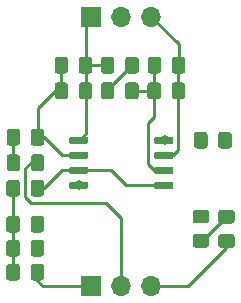
<source format=gbr>
G04 #@! TF.GenerationSoftware,KiCad,Pcbnew,(5.1.5)-3*
G04 #@! TF.CreationDate,2019-12-30T09:48:32+04:00*
G04 #@! TF.ProjectId,ad8066_filter,61643830-3636-45f6-9669-6c7465722e6b,rev?*
G04 #@! TF.SameCoordinates,Original*
G04 #@! TF.FileFunction,Copper,L1,Top*
G04 #@! TF.FilePolarity,Positive*
%FSLAX46Y46*%
G04 Gerber Fmt 4.6, Leading zero omitted, Abs format (unit mm)*
G04 Created by KiCad (PCBNEW (5.1.5)-3) date 2019-12-30 09:48:32*
%MOMM*%
%LPD*%
G04 APERTURE LIST*
%ADD10C,0.100000*%
%ADD11O,1.700000X1.700000*%
%ADD12R,1.700000X1.700000*%
%ADD13C,0.800000*%
%ADD14C,0.254000*%
G04 APERTURE END LIST*
G04 #@! TA.AperFunction,SMDPad,CuDef*
D10*
G36*
X172305505Y-93896204D02*
G01*
X172329773Y-93899804D01*
X172353572Y-93905765D01*
X172376671Y-93914030D01*
X172398850Y-93924520D01*
X172419893Y-93937132D01*
X172439599Y-93951747D01*
X172457777Y-93968223D01*
X172474253Y-93986401D01*
X172488868Y-94006107D01*
X172501480Y-94027150D01*
X172511970Y-94049329D01*
X172520235Y-94072428D01*
X172526196Y-94096227D01*
X172529796Y-94120495D01*
X172531000Y-94144999D01*
X172531000Y-94795001D01*
X172529796Y-94819505D01*
X172526196Y-94843773D01*
X172520235Y-94867572D01*
X172511970Y-94890671D01*
X172501480Y-94912850D01*
X172488868Y-94933893D01*
X172474253Y-94953599D01*
X172457777Y-94971777D01*
X172439599Y-94988253D01*
X172419893Y-95002868D01*
X172398850Y-95015480D01*
X172376671Y-95025970D01*
X172353572Y-95034235D01*
X172329773Y-95040196D01*
X172305505Y-95043796D01*
X172281001Y-95045000D01*
X171380999Y-95045000D01*
X171356495Y-95043796D01*
X171332227Y-95040196D01*
X171308428Y-95034235D01*
X171285329Y-95025970D01*
X171263150Y-95015480D01*
X171242107Y-95002868D01*
X171222401Y-94988253D01*
X171204223Y-94971777D01*
X171187747Y-94953599D01*
X171173132Y-94933893D01*
X171160520Y-94912850D01*
X171150030Y-94890671D01*
X171141765Y-94867572D01*
X171135804Y-94843773D01*
X171132204Y-94819505D01*
X171131000Y-94795001D01*
X171131000Y-94144999D01*
X171132204Y-94120495D01*
X171135804Y-94096227D01*
X171141765Y-94072428D01*
X171150030Y-94049329D01*
X171160520Y-94027150D01*
X171173132Y-94006107D01*
X171187747Y-93986401D01*
X171204223Y-93968223D01*
X171222401Y-93951747D01*
X171242107Y-93937132D01*
X171263150Y-93924520D01*
X171285329Y-93914030D01*
X171308428Y-93905765D01*
X171332227Y-93899804D01*
X171356495Y-93896204D01*
X171380999Y-93895000D01*
X172281001Y-93895000D01*
X172305505Y-93896204D01*
G37*
G04 #@! TD.AperFunction*
G04 #@! TA.AperFunction,SMDPad,CuDef*
G36*
X172305505Y-95946204D02*
G01*
X172329773Y-95949804D01*
X172353572Y-95955765D01*
X172376671Y-95964030D01*
X172398850Y-95974520D01*
X172419893Y-95987132D01*
X172439599Y-96001747D01*
X172457777Y-96018223D01*
X172474253Y-96036401D01*
X172488868Y-96056107D01*
X172501480Y-96077150D01*
X172511970Y-96099329D01*
X172520235Y-96122428D01*
X172526196Y-96146227D01*
X172529796Y-96170495D01*
X172531000Y-96194999D01*
X172531000Y-96845001D01*
X172529796Y-96869505D01*
X172526196Y-96893773D01*
X172520235Y-96917572D01*
X172511970Y-96940671D01*
X172501480Y-96962850D01*
X172488868Y-96983893D01*
X172474253Y-97003599D01*
X172457777Y-97021777D01*
X172439599Y-97038253D01*
X172419893Y-97052868D01*
X172398850Y-97065480D01*
X172376671Y-97075970D01*
X172353572Y-97084235D01*
X172329773Y-97090196D01*
X172305505Y-97093796D01*
X172281001Y-97095000D01*
X171380999Y-97095000D01*
X171356495Y-97093796D01*
X171332227Y-97090196D01*
X171308428Y-97084235D01*
X171285329Y-97075970D01*
X171263150Y-97065480D01*
X171242107Y-97052868D01*
X171222401Y-97038253D01*
X171204223Y-97021777D01*
X171187747Y-97003599D01*
X171173132Y-96983893D01*
X171160520Y-96962850D01*
X171150030Y-96940671D01*
X171141765Y-96917572D01*
X171135804Y-96893773D01*
X171132204Y-96869505D01*
X171131000Y-96845001D01*
X171131000Y-96194999D01*
X171132204Y-96170495D01*
X171135804Y-96146227D01*
X171141765Y-96122428D01*
X171150030Y-96099329D01*
X171160520Y-96077150D01*
X171173132Y-96056107D01*
X171187747Y-96036401D01*
X171204223Y-96018223D01*
X171222401Y-96001747D01*
X171242107Y-95987132D01*
X171263150Y-95974520D01*
X171285329Y-95964030D01*
X171308428Y-95955765D01*
X171332227Y-95949804D01*
X171356495Y-95946204D01*
X171380999Y-95945000D01*
X172281001Y-95945000D01*
X172305505Y-95946204D01*
G37*
G04 #@! TD.AperFunction*
G04 #@! TA.AperFunction,SMDPad,CuDef*
G36*
X174464505Y-93914204D02*
G01*
X174488773Y-93917804D01*
X174512572Y-93923765D01*
X174535671Y-93932030D01*
X174557850Y-93942520D01*
X174578893Y-93955132D01*
X174598599Y-93969747D01*
X174616777Y-93986223D01*
X174633253Y-94004401D01*
X174647868Y-94024107D01*
X174660480Y-94045150D01*
X174670970Y-94067329D01*
X174679235Y-94090428D01*
X174685196Y-94114227D01*
X174688796Y-94138495D01*
X174690000Y-94162999D01*
X174690000Y-94813001D01*
X174688796Y-94837505D01*
X174685196Y-94861773D01*
X174679235Y-94885572D01*
X174670970Y-94908671D01*
X174660480Y-94930850D01*
X174647868Y-94951893D01*
X174633253Y-94971599D01*
X174616777Y-94989777D01*
X174598599Y-95006253D01*
X174578893Y-95020868D01*
X174557850Y-95033480D01*
X174535671Y-95043970D01*
X174512572Y-95052235D01*
X174488773Y-95058196D01*
X174464505Y-95061796D01*
X174440001Y-95063000D01*
X173539999Y-95063000D01*
X173515495Y-95061796D01*
X173491227Y-95058196D01*
X173467428Y-95052235D01*
X173444329Y-95043970D01*
X173422150Y-95033480D01*
X173401107Y-95020868D01*
X173381401Y-95006253D01*
X173363223Y-94989777D01*
X173346747Y-94971599D01*
X173332132Y-94951893D01*
X173319520Y-94930850D01*
X173309030Y-94908671D01*
X173300765Y-94885572D01*
X173294804Y-94861773D01*
X173291204Y-94837505D01*
X173290000Y-94813001D01*
X173290000Y-94162999D01*
X173291204Y-94138495D01*
X173294804Y-94114227D01*
X173300765Y-94090428D01*
X173309030Y-94067329D01*
X173319520Y-94045150D01*
X173332132Y-94024107D01*
X173346747Y-94004401D01*
X173363223Y-93986223D01*
X173381401Y-93969747D01*
X173401107Y-93955132D01*
X173422150Y-93942520D01*
X173444329Y-93932030D01*
X173467428Y-93923765D01*
X173491227Y-93917804D01*
X173515495Y-93914204D01*
X173539999Y-93913000D01*
X174440001Y-93913000D01*
X174464505Y-93914204D01*
G37*
G04 #@! TD.AperFunction*
G04 #@! TA.AperFunction,SMDPad,CuDef*
G36*
X174464505Y-95964204D02*
G01*
X174488773Y-95967804D01*
X174512572Y-95973765D01*
X174535671Y-95982030D01*
X174557850Y-95992520D01*
X174578893Y-96005132D01*
X174598599Y-96019747D01*
X174616777Y-96036223D01*
X174633253Y-96054401D01*
X174647868Y-96074107D01*
X174660480Y-96095150D01*
X174670970Y-96117329D01*
X174679235Y-96140428D01*
X174685196Y-96164227D01*
X174688796Y-96188495D01*
X174690000Y-96212999D01*
X174690000Y-96863001D01*
X174688796Y-96887505D01*
X174685196Y-96911773D01*
X174679235Y-96935572D01*
X174670970Y-96958671D01*
X174660480Y-96980850D01*
X174647868Y-97001893D01*
X174633253Y-97021599D01*
X174616777Y-97039777D01*
X174598599Y-97056253D01*
X174578893Y-97070868D01*
X174557850Y-97083480D01*
X174535671Y-97093970D01*
X174512572Y-97102235D01*
X174488773Y-97108196D01*
X174464505Y-97111796D01*
X174440001Y-97113000D01*
X173539999Y-97113000D01*
X173515495Y-97111796D01*
X173491227Y-97108196D01*
X173467428Y-97102235D01*
X173444329Y-97093970D01*
X173422150Y-97083480D01*
X173401107Y-97070868D01*
X173381401Y-97056253D01*
X173363223Y-97039777D01*
X173346747Y-97021599D01*
X173332132Y-97001893D01*
X173319520Y-96980850D01*
X173309030Y-96958671D01*
X173300765Y-96935572D01*
X173294804Y-96911773D01*
X173291204Y-96887505D01*
X173290000Y-96863001D01*
X173290000Y-96212999D01*
X173291204Y-96188495D01*
X173294804Y-96164227D01*
X173300765Y-96140428D01*
X173309030Y-96117329D01*
X173319520Y-96095150D01*
X173332132Y-96074107D01*
X173346747Y-96054401D01*
X173363223Y-96036223D01*
X173381401Y-96019747D01*
X173401107Y-96005132D01*
X173422150Y-95992520D01*
X173444329Y-95982030D01*
X173467428Y-95973765D01*
X173491227Y-95967804D01*
X173515495Y-95964204D01*
X173539999Y-95963000D01*
X174440001Y-95963000D01*
X174464505Y-95964204D01*
G37*
G04 #@! TD.AperFunction*
G04 #@! TA.AperFunction,SMDPad,CuDef*
G36*
X168243505Y-80962204D02*
G01*
X168267773Y-80965804D01*
X168291572Y-80971765D01*
X168314671Y-80980030D01*
X168336850Y-80990520D01*
X168357893Y-81003132D01*
X168377599Y-81017747D01*
X168395777Y-81034223D01*
X168412253Y-81052401D01*
X168426868Y-81072107D01*
X168439480Y-81093150D01*
X168449970Y-81115329D01*
X168458235Y-81138428D01*
X168464196Y-81162227D01*
X168467796Y-81186495D01*
X168469000Y-81210999D01*
X168469000Y-82111001D01*
X168467796Y-82135505D01*
X168464196Y-82159773D01*
X168458235Y-82183572D01*
X168449970Y-82206671D01*
X168439480Y-82228850D01*
X168426868Y-82249893D01*
X168412253Y-82269599D01*
X168395777Y-82287777D01*
X168377599Y-82304253D01*
X168357893Y-82318868D01*
X168336850Y-82331480D01*
X168314671Y-82341970D01*
X168291572Y-82350235D01*
X168267773Y-82356196D01*
X168243505Y-82359796D01*
X168219001Y-82361000D01*
X167568999Y-82361000D01*
X167544495Y-82359796D01*
X167520227Y-82356196D01*
X167496428Y-82350235D01*
X167473329Y-82341970D01*
X167451150Y-82331480D01*
X167430107Y-82318868D01*
X167410401Y-82304253D01*
X167392223Y-82287777D01*
X167375747Y-82269599D01*
X167361132Y-82249893D01*
X167348520Y-82228850D01*
X167338030Y-82206671D01*
X167329765Y-82183572D01*
X167323804Y-82159773D01*
X167320204Y-82135505D01*
X167319000Y-82111001D01*
X167319000Y-81210999D01*
X167320204Y-81186495D01*
X167323804Y-81162227D01*
X167329765Y-81138428D01*
X167338030Y-81115329D01*
X167348520Y-81093150D01*
X167361132Y-81072107D01*
X167375747Y-81052401D01*
X167392223Y-81034223D01*
X167410401Y-81017747D01*
X167430107Y-81003132D01*
X167451150Y-80990520D01*
X167473329Y-80980030D01*
X167496428Y-80971765D01*
X167520227Y-80965804D01*
X167544495Y-80962204D01*
X167568999Y-80961000D01*
X168219001Y-80961000D01*
X168243505Y-80962204D01*
G37*
G04 #@! TD.AperFunction*
G04 #@! TA.AperFunction,SMDPad,CuDef*
G36*
X170293505Y-80962204D02*
G01*
X170317773Y-80965804D01*
X170341572Y-80971765D01*
X170364671Y-80980030D01*
X170386850Y-80990520D01*
X170407893Y-81003132D01*
X170427599Y-81017747D01*
X170445777Y-81034223D01*
X170462253Y-81052401D01*
X170476868Y-81072107D01*
X170489480Y-81093150D01*
X170499970Y-81115329D01*
X170508235Y-81138428D01*
X170514196Y-81162227D01*
X170517796Y-81186495D01*
X170519000Y-81210999D01*
X170519000Y-82111001D01*
X170517796Y-82135505D01*
X170514196Y-82159773D01*
X170508235Y-82183572D01*
X170499970Y-82206671D01*
X170489480Y-82228850D01*
X170476868Y-82249893D01*
X170462253Y-82269599D01*
X170445777Y-82287777D01*
X170427599Y-82304253D01*
X170407893Y-82318868D01*
X170386850Y-82331480D01*
X170364671Y-82341970D01*
X170341572Y-82350235D01*
X170317773Y-82356196D01*
X170293505Y-82359796D01*
X170269001Y-82361000D01*
X169618999Y-82361000D01*
X169594495Y-82359796D01*
X169570227Y-82356196D01*
X169546428Y-82350235D01*
X169523329Y-82341970D01*
X169501150Y-82331480D01*
X169480107Y-82318868D01*
X169460401Y-82304253D01*
X169442223Y-82287777D01*
X169425747Y-82269599D01*
X169411132Y-82249893D01*
X169398520Y-82228850D01*
X169388030Y-82206671D01*
X169379765Y-82183572D01*
X169373804Y-82159773D01*
X169370204Y-82135505D01*
X169369000Y-82111001D01*
X169369000Y-81210999D01*
X169370204Y-81186495D01*
X169373804Y-81162227D01*
X169379765Y-81138428D01*
X169388030Y-81115329D01*
X169398520Y-81093150D01*
X169411132Y-81072107D01*
X169425747Y-81052401D01*
X169442223Y-81034223D01*
X169460401Y-81017747D01*
X169480107Y-81003132D01*
X169501150Y-80990520D01*
X169523329Y-80980030D01*
X169546428Y-80971765D01*
X169570227Y-80965804D01*
X169594495Y-80962204D01*
X169618999Y-80961000D01*
X170269001Y-80961000D01*
X170293505Y-80962204D01*
G37*
G04 #@! TD.AperFunction*
G04 #@! TA.AperFunction,SMDPad,CuDef*
G36*
X168225505Y-83121204D02*
G01*
X168249773Y-83124804D01*
X168273572Y-83130765D01*
X168296671Y-83139030D01*
X168318850Y-83149520D01*
X168339893Y-83162132D01*
X168359599Y-83176747D01*
X168377777Y-83193223D01*
X168394253Y-83211401D01*
X168408868Y-83231107D01*
X168421480Y-83252150D01*
X168431970Y-83274329D01*
X168440235Y-83297428D01*
X168446196Y-83321227D01*
X168449796Y-83345495D01*
X168451000Y-83369999D01*
X168451000Y-84270001D01*
X168449796Y-84294505D01*
X168446196Y-84318773D01*
X168440235Y-84342572D01*
X168431970Y-84365671D01*
X168421480Y-84387850D01*
X168408868Y-84408893D01*
X168394253Y-84428599D01*
X168377777Y-84446777D01*
X168359599Y-84463253D01*
X168339893Y-84477868D01*
X168318850Y-84490480D01*
X168296671Y-84500970D01*
X168273572Y-84509235D01*
X168249773Y-84515196D01*
X168225505Y-84518796D01*
X168201001Y-84520000D01*
X167550999Y-84520000D01*
X167526495Y-84518796D01*
X167502227Y-84515196D01*
X167478428Y-84509235D01*
X167455329Y-84500970D01*
X167433150Y-84490480D01*
X167412107Y-84477868D01*
X167392401Y-84463253D01*
X167374223Y-84446777D01*
X167357747Y-84428599D01*
X167343132Y-84408893D01*
X167330520Y-84387850D01*
X167320030Y-84365671D01*
X167311765Y-84342572D01*
X167305804Y-84318773D01*
X167302204Y-84294505D01*
X167301000Y-84270001D01*
X167301000Y-83369999D01*
X167302204Y-83345495D01*
X167305804Y-83321227D01*
X167311765Y-83297428D01*
X167320030Y-83274329D01*
X167330520Y-83252150D01*
X167343132Y-83231107D01*
X167357747Y-83211401D01*
X167374223Y-83193223D01*
X167392401Y-83176747D01*
X167412107Y-83162132D01*
X167433150Y-83149520D01*
X167455329Y-83139030D01*
X167478428Y-83130765D01*
X167502227Y-83124804D01*
X167526495Y-83121204D01*
X167550999Y-83120000D01*
X168201001Y-83120000D01*
X168225505Y-83121204D01*
G37*
G04 #@! TD.AperFunction*
G04 #@! TA.AperFunction,SMDPad,CuDef*
G36*
X170275505Y-83121204D02*
G01*
X170299773Y-83124804D01*
X170323572Y-83130765D01*
X170346671Y-83139030D01*
X170368850Y-83149520D01*
X170389893Y-83162132D01*
X170409599Y-83176747D01*
X170427777Y-83193223D01*
X170444253Y-83211401D01*
X170458868Y-83231107D01*
X170471480Y-83252150D01*
X170481970Y-83274329D01*
X170490235Y-83297428D01*
X170496196Y-83321227D01*
X170499796Y-83345495D01*
X170501000Y-83369999D01*
X170501000Y-84270001D01*
X170499796Y-84294505D01*
X170496196Y-84318773D01*
X170490235Y-84342572D01*
X170481970Y-84365671D01*
X170471480Y-84387850D01*
X170458868Y-84408893D01*
X170444253Y-84428599D01*
X170427777Y-84446777D01*
X170409599Y-84463253D01*
X170389893Y-84477868D01*
X170368850Y-84490480D01*
X170346671Y-84500970D01*
X170323572Y-84509235D01*
X170299773Y-84515196D01*
X170275505Y-84518796D01*
X170251001Y-84520000D01*
X169600999Y-84520000D01*
X169576495Y-84518796D01*
X169552227Y-84515196D01*
X169528428Y-84509235D01*
X169505329Y-84500970D01*
X169483150Y-84490480D01*
X169462107Y-84477868D01*
X169442401Y-84463253D01*
X169424223Y-84446777D01*
X169407747Y-84428599D01*
X169393132Y-84408893D01*
X169380520Y-84387850D01*
X169370030Y-84365671D01*
X169361765Y-84342572D01*
X169355804Y-84318773D01*
X169352204Y-84294505D01*
X169351000Y-84270001D01*
X169351000Y-83369999D01*
X169352204Y-83345495D01*
X169355804Y-83321227D01*
X169361765Y-83297428D01*
X169370030Y-83274329D01*
X169380520Y-83252150D01*
X169393132Y-83231107D01*
X169407747Y-83211401D01*
X169424223Y-83193223D01*
X169442401Y-83176747D01*
X169462107Y-83162132D01*
X169483150Y-83149520D01*
X169505329Y-83139030D01*
X169528428Y-83130765D01*
X169552227Y-83124804D01*
X169576495Y-83121204D01*
X169600999Y-83120000D01*
X170251001Y-83120000D01*
X170275505Y-83121204D01*
G37*
G04 #@! TD.AperFunction*
G04 #@! TA.AperFunction,SMDPad,CuDef*
G36*
X174221505Y-87312204D02*
G01*
X174245773Y-87315804D01*
X174269572Y-87321765D01*
X174292671Y-87330030D01*
X174314850Y-87340520D01*
X174335893Y-87353132D01*
X174355599Y-87367747D01*
X174373777Y-87384223D01*
X174390253Y-87402401D01*
X174404868Y-87422107D01*
X174417480Y-87443150D01*
X174427970Y-87465329D01*
X174436235Y-87488428D01*
X174442196Y-87512227D01*
X174445796Y-87536495D01*
X174447000Y-87560999D01*
X174447000Y-88461001D01*
X174445796Y-88485505D01*
X174442196Y-88509773D01*
X174436235Y-88533572D01*
X174427970Y-88556671D01*
X174417480Y-88578850D01*
X174404868Y-88599893D01*
X174390253Y-88619599D01*
X174373777Y-88637777D01*
X174355599Y-88654253D01*
X174335893Y-88668868D01*
X174314850Y-88681480D01*
X174292671Y-88691970D01*
X174269572Y-88700235D01*
X174245773Y-88706196D01*
X174221505Y-88709796D01*
X174197001Y-88711000D01*
X173546999Y-88711000D01*
X173522495Y-88709796D01*
X173498227Y-88706196D01*
X173474428Y-88700235D01*
X173451329Y-88691970D01*
X173429150Y-88681480D01*
X173408107Y-88668868D01*
X173388401Y-88654253D01*
X173370223Y-88637777D01*
X173353747Y-88619599D01*
X173339132Y-88599893D01*
X173326520Y-88578850D01*
X173316030Y-88556671D01*
X173307765Y-88533572D01*
X173301804Y-88509773D01*
X173298204Y-88485505D01*
X173297000Y-88461001D01*
X173297000Y-87560999D01*
X173298204Y-87536495D01*
X173301804Y-87512227D01*
X173307765Y-87488428D01*
X173316030Y-87465329D01*
X173326520Y-87443150D01*
X173339132Y-87422107D01*
X173353747Y-87402401D01*
X173370223Y-87384223D01*
X173388401Y-87367747D01*
X173408107Y-87353132D01*
X173429150Y-87340520D01*
X173451329Y-87330030D01*
X173474428Y-87321765D01*
X173498227Y-87315804D01*
X173522495Y-87312204D01*
X173546999Y-87311000D01*
X174197001Y-87311000D01*
X174221505Y-87312204D01*
G37*
G04 #@! TD.AperFunction*
G04 #@! TA.AperFunction,SMDPad,CuDef*
G36*
X172171505Y-87312204D02*
G01*
X172195773Y-87315804D01*
X172219572Y-87321765D01*
X172242671Y-87330030D01*
X172264850Y-87340520D01*
X172285893Y-87353132D01*
X172305599Y-87367747D01*
X172323777Y-87384223D01*
X172340253Y-87402401D01*
X172354868Y-87422107D01*
X172367480Y-87443150D01*
X172377970Y-87465329D01*
X172386235Y-87488428D01*
X172392196Y-87512227D01*
X172395796Y-87536495D01*
X172397000Y-87560999D01*
X172397000Y-88461001D01*
X172395796Y-88485505D01*
X172392196Y-88509773D01*
X172386235Y-88533572D01*
X172377970Y-88556671D01*
X172367480Y-88578850D01*
X172354868Y-88599893D01*
X172340253Y-88619599D01*
X172323777Y-88637777D01*
X172305599Y-88654253D01*
X172285893Y-88668868D01*
X172264850Y-88681480D01*
X172242671Y-88691970D01*
X172219572Y-88700235D01*
X172195773Y-88706196D01*
X172171505Y-88709796D01*
X172147001Y-88711000D01*
X171496999Y-88711000D01*
X171472495Y-88709796D01*
X171448227Y-88706196D01*
X171424428Y-88700235D01*
X171401329Y-88691970D01*
X171379150Y-88681480D01*
X171358107Y-88668868D01*
X171338401Y-88654253D01*
X171320223Y-88637777D01*
X171303747Y-88619599D01*
X171289132Y-88599893D01*
X171276520Y-88578850D01*
X171266030Y-88556671D01*
X171257765Y-88533572D01*
X171251804Y-88509773D01*
X171248204Y-88485505D01*
X171247000Y-88461001D01*
X171247000Y-87560999D01*
X171248204Y-87536495D01*
X171251804Y-87512227D01*
X171257765Y-87488428D01*
X171266030Y-87465329D01*
X171276520Y-87443150D01*
X171289132Y-87422107D01*
X171303747Y-87402401D01*
X171320223Y-87384223D01*
X171338401Y-87367747D01*
X171358107Y-87353132D01*
X171379150Y-87340520D01*
X171401329Y-87330030D01*
X171424428Y-87321765D01*
X171448227Y-87315804D01*
X171472495Y-87312204D01*
X171496999Y-87311000D01*
X172147001Y-87311000D01*
X172171505Y-87312204D01*
G37*
G04 #@! TD.AperFunction*
G04 #@! TA.AperFunction,SMDPad,CuDef*
G36*
X169364703Y-87711722D02*
G01*
X169379264Y-87713882D01*
X169393543Y-87717459D01*
X169407403Y-87722418D01*
X169420710Y-87728712D01*
X169433336Y-87736280D01*
X169445159Y-87745048D01*
X169456066Y-87754934D01*
X169465952Y-87765841D01*
X169474720Y-87777664D01*
X169482288Y-87790290D01*
X169488582Y-87803597D01*
X169493541Y-87817457D01*
X169497118Y-87831736D01*
X169499278Y-87846297D01*
X169500000Y-87861000D01*
X169500000Y-88161000D01*
X169499278Y-88175703D01*
X169497118Y-88190264D01*
X169493541Y-88204543D01*
X169488582Y-88218403D01*
X169482288Y-88231710D01*
X169474720Y-88244336D01*
X169465952Y-88256159D01*
X169456066Y-88267066D01*
X169445159Y-88276952D01*
X169433336Y-88285720D01*
X169420710Y-88293288D01*
X169407403Y-88299582D01*
X169393543Y-88304541D01*
X169379264Y-88308118D01*
X169364703Y-88310278D01*
X169350000Y-88311000D01*
X168050000Y-88311000D01*
X168035297Y-88310278D01*
X168020736Y-88308118D01*
X168006457Y-88304541D01*
X167992597Y-88299582D01*
X167979290Y-88293288D01*
X167966664Y-88285720D01*
X167954841Y-88276952D01*
X167943934Y-88267066D01*
X167934048Y-88256159D01*
X167925280Y-88244336D01*
X167917712Y-88231710D01*
X167911418Y-88218403D01*
X167906459Y-88204543D01*
X167902882Y-88190264D01*
X167900722Y-88175703D01*
X167900000Y-88161000D01*
X167900000Y-87861000D01*
X167900722Y-87846297D01*
X167902882Y-87831736D01*
X167906459Y-87817457D01*
X167911418Y-87803597D01*
X167917712Y-87790290D01*
X167925280Y-87777664D01*
X167934048Y-87765841D01*
X167943934Y-87754934D01*
X167954841Y-87745048D01*
X167966664Y-87736280D01*
X167979290Y-87728712D01*
X167992597Y-87722418D01*
X168006457Y-87717459D01*
X168020736Y-87713882D01*
X168035297Y-87711722D01*
X168050000Y-87711000D01*
X169350000Y-87711000D01*
X169364703Y-87711722D01*
G37*
G04 #@! TD.AperFunction*
G04 #@! TA.AperFunction,SMDPad,CuDef*
G36*
X169364703Y-88981722D02*
G01*
X169379264Y-88983882D01*
X169393543Y-88987459D01*
X169407403Y-88992418D01*
X169420710Y-88998712D01*
X169433336Y-89006280D01*
X169445159Y-89015048D01*
X169456066Y-89024934D01*
X169465952Y-89035841D01*
X169474720Y-89047664D01*
X169482288Y-89060290D01*
X169488582Y-89073597D01*
X169493541Y-89087457D01*
X169497118Y-89101736D01*
X169499278Y-89116297D01*
X169500000Y-89131000D01*
X169500000Y-89431000D01*
X169499278Y-89445703D01*
X169497118Y-89460264D01*
X169493541Y-89474543D01*
X169488582Y-89488403D01*
X169482288Y-89501710D01*
X169474720Y-89514336D01*
X169465952Y-89526159D01*
X169456066Y-89537066D01*
X169445159Y-89546952D01*
X169433336Y-89555720D01*
X169420710Y-89563288D01*
X169407403Y-89569582D01*
X169393543Y-89574541D01*
X169379264Y-89578118D01*
X169364703Y-89580278D01*
X169350000Y-89581000D01*
X168050000Y-89581000D01*
X168035297Y-89580278D01*
X168020736Y-89578118D01*
X168006457Y-89574541D01*
X167992597Y-89569582D01*
X167979290Y-89563288D01*
X167966664Y-89555720D01*
X167954841Y-89546952D01*
X167943934Y-89537066D01*
X167934048Y-89526159D01*
X167925280Y-89514336D01*
X167917712Y-89501710D01*
X167911418Y-89488403D01*
X167906459Y-89474543D01*
X167902882Y-89460264D01*
X167900722Y-89445703D01*
X167900000Y-89431000D01*
X167900000Y-89131000D01*
X167900722Y-89116297D01*
X167902882Y-89101736D01*
X167906459Y-89087457D01*
X167911418Y-89073597D01*
X167917712Y-89060290D01*
X167925280Y-89047664D01*
X167934048Y-89035841D01*
X167943934Y-89024934D01*
X167954841Y-89015048D01*
X167966664Y-89006280D01*
X167979290Y-88998712D01*
X167992597Y-88992418D01*
X168006457Y-88987459D01*
X168020736Y-88983882D01*
X168035297Y-88981722D01*
X168050000Y-88981000D01*
X169350000Y-88981000D01*
X169364703Y-88981722D01*
G37*
G04 #@! TD.AperFunction*
G04 #@! TA.AperFunction,SMDPad,CuDef*
G36*
X169364703Y-90251722D02*
G01*
X169379264Y-90253882D01*
X169393543Y-90257459D01*
X169407403Y-90262418D01*
X169420710Y-90268712D01*
X169433336Y-90276280D01*
X169445159Y-90285048D01*
X169456066Y-90294934D01*
X169465952Y-90305841D01*
X169474720Y-90317664D01*
X169482288Y-90330290D01*
X169488582Y-90343597D01*
X169493541Y-90357457D01*
X169497118Y-90371736D01*
X169499278Y-90386297D01*
X169500000Y-90401000D01*
X169500000Y-90701000D01*
X169499278Y-90715703D01*
X169497118Y-90730264D01*
X169493541Y-90744543D01*
X169488582Y-90758403D01*
X169482288Y-90771710D01*
X169474720Y-90784336D01*
X169465952Y-90796159D01*
X169456066Y-90807066D01*
X169445159Y-90816952D01*
X169433336Y-90825720D01*
X169420710Y-90833288D01*
X169407403Y-90839582D01*
X169393543Y-90844541D01*
X169379264Y-90848118D01*
X169364703Y-90850278D01*
X169350000Y-90851000D01*
X168050000Y-90851000D01*
X168035297Y-90850278D01*
X168020736Y-90848118D01*
X168006457Y-90844541D01*
X167992597Y-90839582D01*
X167979290Y-90833288D01*
X167966664Y-90825720D01*
X167954841Y-90816952D01*
X167943934Y-90807066D01*
X167934048Y-90796159D01*
X167925280Y-90784336D01*
X167917712Y-90771710D01*
X167911418Y-90758403D01*
X167906459Y-90744543D01*
X167902882Y-90730264D01*
X167900722Y-90715703D01*
X167900000Y-90701000D01*
X167900000Y-90401000D01*
X167900722Y-90386297D01*
X167902882Y-90371736D01*
X167906459Y-90357457D01*
X167911418Y-90343597D01*
X167917712Y-90330290D01*
X167925280Y-90317664D01*
X167934048Y-90305841D01*
X167943934Y-90294934D01*
X167954841Y-90285048D01*
X167966664Y-90276280D01*
X167979290Y-90268712D01*
X167992597Y-90262418D01*
X168006457Y-90257459D01*
X168020736Y-90253882D01*
X168035297Y-90251722D01*
X168050000Y-90251000D01*
X169350000Y-90251000D01*
X169364703Y-90251722D01*
G37*
G04 #@! TD.AperFunction*
G04 #@! TA.AperFunction,SMDPad,CuDef*
G36*
X169364703Y-91521722D02*
G01*
X169379264Y-91523882D01*
X169393543Y-91527459D01*
X169407403Y-91532418D01*
X169420710Y-91538712D01*
X169433336Y-91546280D01*
X169445159Y-91555048D01*
X169456066Y-91564934D01*
X169465952Y-91575841D01*
X169474720Y-91587664D01*
X169482288Y-91600290D01*
X169488582Y-91613597D01*
X169493541Y-91627457D01*
X169497118Y-91641736D01*
X169499278Y-91656297D01*
X169500000Y-91671000D01*
X169500000Y-91971000D01*
X169499278Y-91985703D01*
X169497118Y-92000264D01*
X169493541Y-92014543D01*
X169488582Y-92028403D01*
X169482288Y-92041710D01*
X169474720Y-92054336D01*
X169465952Y-92066159D01*
X169456066Y-92077066D01*
X169445159Y-92086952D01*
X169433336Y-92095720D01*
X169420710Y-92103288D01*
X169407403Y-92109582D01*
X169393543Y-92114541D01*
X169379264Y-92118118D01*
X169364703Y-92120278D01*
X169350000Y-92121000D01*
X168050000Y-92121000D01*
X168035297Y-92120278D01*
X168020736Y-92118118D01*
X168006457Y-92114541D01*
X167992597Y-92109582D01*
X167979290Y-92103288D01*
X167966664Y-92095720D01*
X167954841Y-92086952D01*
X167943934Y-92077066D01*
X167934048Y-92066159D01*
X167925280Y-92054336D01*
X167917712Y-92041710D01*
X167911418Y-92028403D01*
X167906459Y-92014543D01*
X167902882Y-92000264D01*
X167900722Y-91985703D01*
X167900000Y-91971000D01*
X167900000Y-91671000D01*
X167900722Y-91656297D01*
X167902882Y-91641736D01*
X167906459Y-91627457D01*
X167911418Y-91613597D01*
X167917712Y-91600290D01*
X167925280Y-91587664D01*
X167934048Y-91575841D01*
X167943934Y-91564934D01*
X167954841Y-91555048D01*
X167966664Y-91546280D01*
X167979290Y-91538712D01*
X167992597Y-91532418D01*
X168006457Y-91527459D01*
X168020736Y-91523882D01*
X168035297Y-91521722D01*
X168050000Y-91521000D01*
X169350000Y-91521000D01*
X169364703Y-91521722D01*
G37*
G04 #@! TD.AperFunction*
G04 #@! TA.AperFunction,SMDPad,CuDef*
G36*
X162164703Y-91521722D02*
G01*
X162179264Y-91523882D01*
X162193543Y-91527459D01*
X162207403Y-91532418D01*
X162220710Y-91538712D01*
X162233336Y-91546280D01*
X162245159Y-91555048D01*
X162256066Y-91564934D01*
X162265952Y-91575841D01*
X162274720Y-91587664D01*
X162282288Y-91600290D01*
X162288582Y-91613597D01*
X162293541Y-91627457D01*
X162297118Y-91641736D01*
X162299278Y-91656297D01*
X162300000Y-91671000D01*
X162300000Y-91971000D01*
X162299278Y-91985703D01*
X162297118Y-92000264D01*
X162293541Y-92014543D01*
X162288582Y-92028403D01*
X162282288Y-92041710D01*
X162274720Y-92054336D01*
X162265952Y-92066159D01*
X162256066Y-92077066D01*
X162245159Y-92086952D01*
X162233336Y-92095720D01*
X162220710Y-92103288D01*
X162207403Y-92109582D01*
X162193543Y-92114541D01*
X162179264Y-92118118D01*
X162164703Y-92120278D01*
X162150000Y-92121000D01*
X160850000Y-92121000D01*
X160835297Y-92120278D01*
X160820736Y-92118118D01*
X160806457Y-92114541D01*
X160792597Y-92109582D01*
X160779290Y-92103288D01*
X160766664Y-92095720D01*
X160754841Y-92086952D01*
X160743934Y-92077066D01*
X160734048Y-92066159D01*
X160725280Y-92054336D01*
X160717712Y-92041710D01*
X160711418Y-92028403D01*
X160706459Y-92014543D01*
X160702882Y-92000264D01*
X160700722Y-91985703D01*
X160700000Y-91971000D01*
X160700000Y-91671000D01*
X160700722Y-91656297D01*
X160702882Y-91641736D01*
X160706459Y-91627457D01*
X160711418Y-91613597D01*
X160717712Y-91600290D01*
X160725280Y-91587664D01*
X160734048Y-91575841D01*
X160743934Y-91564934D01*
X160754841Y-91555048D01*
X160766664Y-91546280D01*
X160779290Y-91538712D01*
X160792597Y-91532418D01*
X160806457Y-91527459D01*
X160820736Y-91523882D01*
X160835297Y-91521722D01*
X160850000Y-91521000D01*
X162150000Y-91521000D01*
X162164703Y-91521722D01*
G37*
G04 #@! TD.AperFunction*
G04 #@! TA.AperFunction,SMDPad,CuDef*
G36*
X162164703Y-90251722D02*
G01*
X162179264Y-90253882D01*
X162193543Y-90257459D01*
X162207403Y-90262418D01*
X162220710Y-90268712D01*
X162233336Y-90276280D01*
X162245159Y-90285048D01*
X162256066Y-90294934D01*
X162265952Y-90305841D01*
X162274720Y-90317664D01*
X162282288Y-90330290D01*
X162288582Y-90343597D01*
X162293541Y-90357457D01*
X162297118Y-90371736D01*
X162299278Y-90386297D01*
X162300000Y-90401000D01*
X162300000Y-90701000D01*
X162299278Y-90715703D01*
X162297118Y-90730264D01*
X162293541Y-90744543D01*
X162288582Y-90758403D01*
X162282288Y-90771710D01*
X162274720Y-90784336D01*
X162265952Y-90796159D01*
X162256066Y-90807066D01*
X162245159Y-90816952D01*
X162233336Y-90825720D01*
X162220710Y-90833288D01*
X162207403Y-90839582D01*
X162193543Y-90844541D01*
X162179264Y-90848118D01*
X162164703Y-90850278D01*
X162150000Y-90851000D01*
X160850000Y-90851000D01*
X160835297Y-90850278D01*
X160820736Y-90848118D01*
X160806457Y-90844541D01*
X160792597Y-90839582D01*
X160779290Y-90833288D01*
X160766664Y-90825720D01*
X160754841Y-90816952D01*
X160743934Y-90807066D01*
X160734048Y-90796159D01*
X160725280Y-90784336D01*
X160717712Y-90771710D01*
X160711418Y-90758403D01*
X160706459Y-90744543D01*
X160702882Y-90730264D01*
X160700722Y-90715703D01*
X160700000Y-90701000D01*
X160700000Y-90401000D01*
X160700722Y-90386297D01*
X160702882Y-90371736D01*
X160706459Y-90357457D01*
X160711418Y-90343597D01*
X160717712Y-90330290D01*
X160725280Y-90317664D01*
X160734048Y-90305841D01*
X160743934Y-90294934D01*
X160754841Y-90285048D01*
X160766664Y-90276280D01*
X160779290Y-90268712D01*
X160792597Y-90262418D01*
X160806457Y-90257459D01*
X160820736Y-90253882D01*
X160835297Y-90251722D01*
X160850000Y-90251000D01*
X162150000Y-90251000D01*
X162164703Y-90251722D01*
G37*
G04 #@! TD.AperFunction*
G04 #@! TA.AperFunction,SMDPad,CuDef*
G36*
X162164703Y-88981722D02*
G01*
X162179264Y-88983882D01*
X162193543Y-88987459D01*
X162207403Y-88992418D01*
X162220710Y-88998712D01*
X162233336Y-89006280D01*
X162245159Y-89015048D01*
X162256066Y-89024934D01*
X162265952Y-89035841D01*
X162274720Y-89047664D01*
X162282288Y-89060290D01*
X162288582Y-89073597D01*
X162293541Y-89087457D01*
X162297118Y-89101736D01*
X162299278Y-89116297D01*
X162300000Y-89131000D01*
X162300000Y-89431000D01*
X162299278Y-89445703D01*
X162297118Y-89460264D01*
X162293541Y-89474543D01*
X162288582Y-89488403D01*
X162282288Y-89501710D01*
X162274720Y-89514336D01*
X162265952Y-89526159D01*
X162256066Y-89537066D01*
X162245159Y-89546952D01*
X162233336Y-89555720D01*
X162220710Y-89563288D01*
X162207403Y-89569582D01*
X162193543Y-89574541D01*
X162179264Y-89578118D01*
X162164703Y-89580278D01*
X162150000Y-89581000D01*
X160850000Y-89581000D01*
X160835297Y-89580278D01*
X160820736Y-89578118D01*
X160806457Y-89574541D01*
X160792597Y-89569582D01*
X160779290Y-89563288D01*
X160766664Y-89555720D01*
X160754841Y-89546952D01*
X160743934Y-89537066D01*
X160734048Y-89526159D01*
X160725280Y-89514336D01*
X160717712Y-89501710D01*
X160711418Y-89488403D01*
X160706459Y-89474543D01*
X160702882Y-89460264D01*
X160700722Y-89445703D01*
X160700000Y-89431000D01*
X160700000Y-89131000D01*
X160700722Y-89116297D01*
X160702882Y-89101736D01*
X160706459Y-89087457D01*
X160711418Y-89073597D01*
X160717712Y-89060290D01*
X160725280Y-89047664D01*
X160734048Y-89035841D01*
X160743934Y-89024934D01*
X160754841Y-89015048D01*
X160766664Y-89006280D01*
X160779290Y-88998712D01*
X160792597Y-88992418D01*
X160806457Y-88987459D01*
X160820736Y-88983882D01*
X160835297Y-88981722D01*
X160850000Y-88981000D01*
X162150000Y-88981000D01*
X162164703Y-88981722D01*
G37*
G04 #@! TD.AperFunction*
G04 #@! TA.AperFunction,SMDPad,CuDef*
G36*
X162164703Y-87711722D02*
G01*
X162179264Y-87713882D01*
X162193543Y-87717459D01*
X162207403Y-87722418D01*
X162220710Y-87728712D01*
X162233336Y-87736280D01*
X162245159Y-87745048D01*
X162256066Y-87754934D01*
X162265952Y-87765841D01*
X162274720Y-87777664D01*
X162282288Y-87790290D01*
X162288582Y-87803597D01*
X162293541Y-87817457D01*
X162297118Y-87831736D01*
X162299278Y-87846297D01*
X162300000Y-87861000D01*
X162300000Y-88161000D01*
X162299278Y-88175703D01*
X162297118Y-88190264D01*
X162293541Y-88204543D01*
X162288582Y-88218403D01*
X162282288Y-88231710D01*
X162274720Y-88244336D01*
X162265952Y-88256159D01*
X162256066Y-88267066D01*
X162245159Y-88276952D01*
X162233336Y-88285720D01*
X162220710Y-88293288D01*
X162207403Y-88299582D01*
X162193543Y-88304541D01*
X162179264Y-88308118D01*
X162164703Y-88310278D01*
X162150000Y-88311000D01*
X160850000Y-88311000D01*
X160835297Y-88310278D01*
X160820736Y-88308118D01*
X160806457Y-88304541D01*
X160792597Y-88299582D01*
X160779290Y-88293288D01*
X160766664Y-88285720D01*
X160754841Y-88276952D01*
X160743934Y-88267066D01*
X160734048Y-88256159D01*
X160725280Y-88244336D01*
X160717712Y-88231710D01*
X160711418Y-88218403D01*
X160706459Y-88204543D01*
X160702882Y-88190264D01*
X160700722Y-88175703D01*
X160700000Y-88161000D01*
X160700000Y-87861000D01*
X160700722Y-87846297D01*
X160702882Y-87831736D01*
X160706459Y-87817457D01*
X160711418Y-87803597D01*
X160717712Y-87790290D01*
X160725280Y-87777664D01*
X160734048Y-87765841D01*
X160743934Y-87754934D01*
X160754841Y-87745048D01*
X160766664Y-87736280D01*
X160779290Y-87728712D01*
X160792597Y-87722418D01*
X160806457Y-87717459D01*
X160820736Y-87713882D01*
X160835297Y-87711722D01*
X160850000Y-87711000D01*
X162150000Y-87711000D01*
X162164703Y-87711722D01*
G37*
G04 #@! TD.AperFunction*
G04 #@! TA.AperFunction,SMDPad,CuDef*
G36*
X156287505Y-91376204D02*
G01*
X156311773Y-91379804D01*
X156335572Y-91385765D01*
X156358671Y-91394030D01*
X156380850Y-91404520D01*
X156401893Y-91417132D01*
X156421599Y-91431747D01*
X156439777Y-91448223D01*
X156456253Y-91466401D01*
X156470868Y-91486107D01*
X156483480Y-91507150D01*
X156493970Y-91529329D01*
X156502235Y-91552428D01*
X156508196Y-91576227D01*
X156511796Y-91600495D01*
X156513000Y-91624999D01*
X156513000Y-92525001D01*
X156511796Y-92549505D01*
X156508196Y-92573773D01*
X156502235Y-92597572D01*
X156493970Y-92620671D01*
X156483480Y-92642850D01*
X156470868Y-92663893D01*
X156456253Y-92683599D01*
X156439777Y-92701777D01*
X156421599Y-92718253D01*
X156401893Y-92732868D01*
X156380850Y-92745480D01*
X156358671Y-92755970D01*
X156335572Y-92764235D01*
X156311773Y-92770196D01*
X156287505Y-92773796D01*
X156263001Y-92775000D01*
X155612999Y-92775000D01*
X155588495Y-92773796D01*
X155564227Y-92770196D01*
X155540428Y-92764235D01*
X155517329Y-92755970D01*
X155495150Y-92745480D01*
X155474107Y-92732868D01*
X155454401Y-92718253D01*
X155436223Y-92701777D01*
X155419747Y-92683599D01*
X155405132Y-92663893D01*
X155392520Y-92642850D01*
X155382030Y-92620671D01*
X155373765Y-92597572D01*
X155367804Y-92573773D01*
X155364204Y-92549505D01*
X155363000Y-92525001D01*
X155363000Y-91624999D01*
X155364204Y-91600495D01*
X155367804Y-91576227D01*
X155373765Y-91552428D01*
X155382030Y-91529329D01*
X155392520Y-91507150D01*
X155405132Y-91486107D01*
X155419747Y-91466401D01*
X155436223Y-91448223D01*
X155454401Y-91431747D01*
X155474107Y-91417132D01*
X155495150Y-91404520D01*
X155517329Y-91394030D01*
X155540428Y-91385765D01*
X155564227Y-91379804D01*
X155588495Y-91376204D01*
X155612999Y-91375000D01*
X156263001Y-91375000D01*
X156287505Y-91376204D01*
G37*
G04 #@! TD.AperFunction*
G04 #@! TA.AperFunction,SMDPad,CuDef*
G36*
X158337505Y-91376204D02*
G01*
X158361773Y-91379804D01*
X158385572Y-91385765D01*
X158408671Y-91394030D01*
X158430850Y-91404520D01*
X158451893Y-91417132D01*
X158471599Y-91431747D01*
X158489777Y-91448223D01*
X158506253Y-91466401D01*
X158520868Y-91486107D01*
X158533480Y-91507150D01*
X158543970Y-91529329D01*
X158552235Y-91552428D01*
X158558196Y-91576227D01*
X158561796Y-91600495D01*
X158563000Y-91624999D01*
X158563000Y-92525001D01*
X158561796Y-92549505D01*
X158558196Y-92573773D01*
X158552235Y-92597572D01*
X158543970Y-92620671D01*
X158533480Y-92642850D01*
X158520868Y-92663893D01*
X158506253Y-92683599D01*
X158489777Y-92701777D01*
X158471599Y-92718253D01*
X158451893Y-92732868D01*
X158430850Y-92745480D01*
X158408671Y-92755970D01*
X158385572Y-92764235D01*
X158361773Y-92770196D01*
X158337505Y-92773796D01*
X158313001Y-92775000D01*
X157662999Y-92775000D01*
X157638495Y-92773796D01*
X157614227Y-92770196D01*
X157590428Y-92764235D01*
X157567329Y-92755970D01*
X157545150Y-92745480D01*
X157524107Y-92732868D01*
X157504401Y-92718253D01*
X157486223Y-92701777D01*
X157469747Y-92683599D01*
X157455132Y-92663893D01*
X157442520Y-92642850D01*
X157432030Y-92620671D01*
X157423765Y-92597572D01*
X157417804Y-92573773D01*
X157414204Y-92549505D01*
X157413000Y-92525001D01*
X157413000Y-91624999D01*
X157414204Y-91600495D01*
X157417804Y-91576227D01*
X157423765Y-91552428D01*
X157432030Y-91529329D01*
X157442520Y-91507150D01*
X157455132Y-91486107D01*
X157469747Y-91466401D01*
X157486223Y-91448223D01*
X157504401Y-91431747D01*
X157524107Y-91417132D01*
X157545150Y-91404520D01*
X157567329Y-91394030D01*
X157590428Y-91385765D01*
X157614227Y-91379804D01*
X157638495Y-91376204D01*
X157662999Y-91375000D01*
X158313001Y-91375000D01*
X158337505Y-91376204D01*
G37*
G04 #@! TD.AperFunction*
G04 #@! TA.AperFunction,SMDPad,CuDef*
G36*
X158337505Y-96456204D02*
G01*
X158361773Y-96459804D01*
X158385572Y-96465765D01*
X158408671Y-96474030D01*
X158430850Y-96484520D01*
X158451893Y-96497132D01*
X158471599Y-96511747D01*
X158489777Y-96528223D01*
X158506253Y-96546401D01*
X158520868Y-96566107D01*
X158533480Y-96587150D01*
X158543970Y-96609329D01*
X158552235Y-96632428D01*
X158558196Y-96656227D01*
X158561796Y-96680495D01*
X158563000Y-96704999D01*
X158563000Y-97605001D01*
X158561796Y-97629505D01*
X158558196Y-97653773D01*
X158552235Y-97677572D01*
X158543970Y-97700671D01*
X158533480Y-97722850D01*
X158520868Y-97743893D01*
X158506253Y-97763599D01*
X158489777Y-97781777D01*
X158471599Y-97798253D01*
X158451893Y-97812868D01*
X158430850Y-97825480D01*
X158408671Y-97835970D01*
X158385572Y-97844235D01*
X158361773Y-97850196D01*
X158337505Y-97853796D01*
X158313001Y-97855000D01*
X157662999Y-97855000D01*
X157638495Y-97853796D01*
X157614227Y-97850196D01*
X157590428Y-97844235D01*
X157567329Y-97835970D01*
X157545150Y-97825480D01*
X157524107Y-97812868D01*
X157504401Y-97798253D01*
X157486223Y-97781777D01*
X157469747Y-97763599D01*
X157455132Y-97743893D01*
X157442520Y-97722850D01*
X157432030Y-97700671D01*
X157423765Y-97677572D01*
X157417804Y-97653773D01*
X157414204Y-97629505D01*
X157413000Y-97605001D01*
X157413000Y-96704999D01*
X157414204Y-96680495D01*
X157417804Y-96656227D01*
X157423765Y-96632428D01*
X157432030Y-96609329D01*
X157442520Y-96587150D01*
X157455132Y-96566107D01*
X157469747Y-96546401D01*
X157486223Y-96528223D01*
X157504401Y-96511747D01*
X157524107Y-96497132D01*
X157545150Y-96484520D01*
X157567329Y-96474030D01*
X157590428Y-96465765D01*
X157614227Y-96459804D01*
X157638495Y-96456204D01*
X157662999Y-96455000D01*
X158313001Y-96455000D01*
X158337505Y-96456204D01*
G37*
G04 #@! TD.AperFunction*
G04 #@! TA.AperFunction,SMDPad,CuDef*
G36*
X156287505Y-96456204D02*
G01*
X156311773Y-96459804D01*
X156335572Y-96465765D01*
X156358671Y-96474030D01*
X156380850Y-96484520D01*
X156401893Y-96497132D01*
X156421599Y-96511747D01*
X156439777Y-96528223D01*
X156456253Y-96546401D01*
X156470868Y-96566107D01*
X156483480Y-96587150D01*
X156493970Y-96609329D01*
X156502235Y-96632428D01*
X156508196Y-96656227D01*
X156511796Y-96680495D01*
X156513000Y-96704999D01*
X156513000Y-97605001D01*
X156511796Y-97629505D01*
X156508196Y-97653773D01*
X156502235Y-97677572D01*
X156493970Y-97700671D01*
X156483480Y-97722850D01*
X156470868Y-97743893D01*
X156456253Y-97763599D01*
X156439777Y-97781777D01*
X156421599Y-97798253D01*
X156401893Y-97812868D01*
X156380850Y-97825480D01*
X156358671Y-97835970D01*
X156335572Y-97844235D01*
X156311773Y-97850196D01*
X156287505Y-97853796D01*
X156263001Y-97855000D01*
X155612999Y-97855000D01*
X155588495Y-97853796D01*
X155564227Y-97850196D01*
X155540428Y-97844235D01*
X155517329Y-97835970D01*
X155495150Y-97825480D01*
X155474107Y-97812868D01*
X155454401Y-97798253D01*
X155436223Y-97781777D01*
X155419747Y-97763599D01*
X155405132Y-97743893D01*
X155392520Y-97722850D01*
X155382030Y-97700671D01*
X155373765Y-97677572D01*
X155367804Y-97653773D01*
X155364204Y-97629505D01*
X155363000Y-97605001D01*
X155363000Y-96704999D01*
X155364204Y-96680495D01*
X155367804Y-96656227D01*
X155373765Y-96632428D01*
X155382030Y-96609329D01*
X155392520Y-96587150D01*
X155405132Y-96566107D01*
X155419747Y-96546401D01*
X155436223Y-96528223D01*
X155454401Y-96511747D01*
X155474107Y-96497132D01*
X155495150Y-96484520D01*
X155517329Y-96474030D01*
X155540428Y-96465765D01*
X155564227Y-96459804D01*
X155588495Y-96456204D01*
X155612999Y-96455000D01*
X156263001Y-96455000D01*
X156287505Y-96456204D01*
G37*
G04 #@! TD.AperFunction*
G04 #@! TA.AperFunction,SMDPad,CuDef*
G36*
X156287505Y-98488204D02*
G01*
X156311773Y-98491804D01*
X156335572Y-98497765D01*
X156358671Y-98506030D01*
X156380850Y-98516520D01*
X156401893Y-98529132D01*
X156421599Y-98543747D01*
X156439777Y-98560223D01*
X156456253Y-98578401D01*
X156470868Y-98598107D01*
X156483480Y-98619150D01*
X156493970Y-98641329D01*
X156502235Y-98664428D01*
X156508196Y-98688227D01*
X156511796Y-98712495D01*
X156513000Y-98736999D01*
X156513000Y-99637001D01*
X156511796Y-99661505D01*
X156508196Y-99685773D01*
X156502235Y-99709572D01*
X156493970Y-99732671D01*
X156483480Y-99754850D01*
X156470868Y-99775893D01*
X156456253Y-99795599D01*
X156439777Y-99813777D01*
X156421599Y-99830253D01*
X156401893Y-99844868D01*
X156380850Y-99857480D01*
X156358671Y-99867970D01*
X156335572Y-99876235D01*
X156311773Y-99882196D01*
X156287505Y-99885796D01*
X156263001Y-99887000D01*
X155612999Y-99887000D01*
X155588495Y-99885796D01*
X155564227Y-99882196D01*
X155540428Y-99876235D01*
X155517329Y-99867970D01*
X155495150Y-99857480D01*
X155474107Y-99844868D01*
X155454401Y-99830253D01*
X155436223Y-99813777D01*
X155419747Y-99795599D01*
X155405132Y-99775893D01*
X155392520Y-99754850D01*
X155382030Y-99732671D01*
X155373765Y-99709572D01*
X155367804Y-99685773D01*
X155364204Y-99661505D01*
X155363000Y-99637001D01*
X155363000Y-98736999D01*
X155364204Y-98712495D01*
X155367804Y-98688227D01*
X155373765Y-98664428D01*
X155382030Y-98641329D01*
X155392520Y-98619150D01*
X155405132Y-98598107D01*
X155419747Y-98578401D01*
X155436223Y-98560223D01*
X155454401Y-98543747D01*
X155474107Y-98529132D01*
X155495150Y-98516520D01*
X155517329Y-98506030D01*
X155540428Y-98497765D01*
X155564227Y-98491804D01*
X155588495Y-98488204D01*
X155612999Y-98487000D01*
X156263001Y-98487000D01*
X156287505Y-98488204D01*
G37*
G04 #@! TD.AperFunction*
G04 #@! TA.AperFunction,SMDPad,CuDef*
G36*
X158337505Y-98488204D02*
G01*
X158361773Y-98491804D01*
X158385572Y-98497765D01*
X158408671Y-98506030D01*
X158430850Y-98516520D01*
X158451893Y-98529132D01*
X158471599Y-98543747D01*
X158489777Y-98560223D01*
X158506253Y-98578401D01*
X158520868Y-98598107D01*
X158533480Y-98619150D01*
X158543970Y-98641329D01*
X158552235Y-98664428D01*
X158558196Y-98688227D01*
X158561796Y-98712495D01*
X158563000Y-98736999D01*
X158563000Y-99637001D01*
X158561796Y-99661505D01*
X158558196Y-99685773D01*
X158552235Y-99709572D01*
X158543970Y-99732671D01*
X158533480Y-99754850D01*
X158520868Y-99775893D01*
X158506253Y-99795599D01*
X158489777Y-99813777D01*
X158471599Y-99830253D01*
X158451893Y-99844868D01*
X158430850Y-99857480D01*
X158408671Y-99867970D01*
X158385572Y-99876235D01*
X158361773Y-99882196D01*
X158337505Y-99885796D01*
X158313001Y-99887000D01*
X157662999Y-99887000D01*
X157638495Y-99885796D01*
X157614227Y-99882196D01*
X157590428Y-99876235D01*
X157567329Y-99867970D01*
X157545150Y-99857480D01*
X157524107Y-99844868D01*
X157504401Y-99830253D01*
X157486223Y-99813777D01*
X157469747Y-99795599D01*
X157455132Y-99775893D01*
X157442520Y-99754850D01*
X157432030Y-99732671D01*
X157423765Y-99709572D01*
X157417804Y-99685773D01*
X157414204Y-99661505D01*
X157413000Y-99637001D01*
X157413000Y-98736999D01*
X157414204Y-98712495D01*
X157417804Y-98688227D01*
X157423765Y-98664428D01*
X157432030Y-98641329D01*
X157442520Y-98619150D01*
X157455132Y-98598107D01*
X157469747Y-98578401D01*
X157486223Y-98560223D01*
X157504401Y-98543747D01*
X157524107Y-98529132D01*
X157545150Y-98516520D01*
X157567329Y-98506030D01*
X157590428Y-98497765D01*
X157614227Y-98491804D01*
X157638495Y-98488204D01*
X157662999Y-98487000D01*
X158313001Y-98487000D01*
X158337505Y-98488204D01*
G37*
G04 #@! TD.AperFunction*
G04 #@! TA.AperFunction,SMDPad,CuDef*
G36*
X160369505Y-80962204D02*
G01*
X160393773Y-80965804D01*
X160417572Y-80971765D01*
X160440671Y-80980030D01*
X160462850Y-80990520D01*
X160483893Y-81003132D01*
X160503599Y-81017747D01*
X160521777Y-81034223D01*
X160538253Y-81052401D01*
X160552868Y-81072107D01*
X160565480Y-81093150D01*
X160575970Y-81115329D01*
X160584235Y-81138428D01*
X160590196Y-81162227D01*
X160593796Y-81186495D01*
X160595000Y-81210999D01*
X160595000Y-82111001D01*
X160593796Y-82135505D01*
X160590196Y-82159773D01*
X160584235Y-82183572D01*
X160575970Y-82206671D01*
X160565480Y-82228850D01*
X160552868Y-82249893D01*
X160538253Y-82269599D01*
X160521777Y-82287777D01*
X160503599Y-82304253D01*
X160483893Y-82318868D01*
X160462850Y-82331480D01*
X160440671Y-82341970D01*
X160417572Y-82350235D01*
X160393773Y-82356196D01*
X160369505Y-82359796D01*
X160345001Y-82361000D01*
X159694999Y-82361000D01*
X159670495Y-82359796D01*
X159646227Y-82356196D01*
X159622428Y-82350235D01*
X159599329Y-82341970D01*
X159577150Y-82331480D01*
X159556107Y-82318868D01*
X159536401Y-82304253D01*
X159518223Y-82287777D01*
X159501747Y-82269599D01*
X159487132Y-82249893D01*
X159474520Y-82228850D01*
X159464030Y-82206671D01*
X159455765Y-82183572D01*
X159449804Y-82159773D01*
X159446204Y-82135505D01*
X159445000Y-82111001D01*
X159445000Y-81210999D01*
X159446204Y-81186495D01*
X159449804Y-81162227D01*
X159455765Y-81138428D01*
X159464030Y-81115329D01*
X159474520Y-81093150D01*
X159487132Y-81072107D01*
X159501747Y-81052401D01*
X159518223Y-81034223D01*
X159536401Y-81017747D01*
X159556107Y-81003132D01*
X159577150Y-80990520D01*
X159599329Y-80980030D01*
X159622428Y-80971765D01*
X159646227Y-80965804D01*
X159670495Y-80962204D01*
X159694999Y-80961000D01*
X160345001Y-80961000D01*
X160369505Y-80962204D01*
G37*
G04 #@! TD.AperFunction*
G04 #@! TA.AperFunction,SMDPad,CuDef*
G36*
X162419505Y-80962204D02*
G01*
X162443773Y-80965804D01*
X162467572Y-80971765D01*
X162490671Y-80980030D01*
X162512850Y-80990520D01*
X162533893Y-81003132D01*
X162553599Y-81017747D01*
X162571777Y-81034223D01*
X162588253Y-81052401D01*
X162602868Y-81072107D01*
X162615480Y-81093150D01*
X162625970Y-81115329D01*
X162634235Y-81138428D01*
X162640196Y-81162227D01*
X162643796Y-81186495D01*
X162645000Y-81210999D01*
X162645000Y-82111001D01*
X162643796Y-82135505D01*
X162640196Y-82159773D01*
X162634235Y-82183572D01*
X162625970Y-82206671D01*
X162615480Y-82228850D01*
X162602868Y-82249893D01*
X162588253Y-82269599D01*
X162571777Y-82287777D01*
X162553599Y-82304253D01*
X162533893Y-82318868D01*
X162512850Y-82331480D01*
X162490671Y-82341970D01*
X162467572Y-82350235D01*
X162443773Y-82356196D01*
X162419505Y-82359796D01*
X162395001Y-82361000D01*
X161744999Y-82361000D01*
X161720495Y-82359796D01*
X161696227Y-82356196D01*
X161672428Y-82350235D01*
X161649329Y-82341970D01*
X161627150Y-82331480D01*
X161606107Y-82318868D01*
X161586401Y-82304253D01*
X161568223Y-82287777D01*
X161551747Y-82269599D01*
X161537132Y-82249893D01*
X161524520Y-82228850D01*
X161514030Y-82206671D01*
X161505765Y-82183572D01*
X161499804Y-82159773D01*
X161496204Y-82135505D01*
X161495000Y-82111001D01*
X161495000Y-81210999D01*
X161496204Y-81186495D01*
X161499804Y-81162227D01*
X161505765Y-81138428D01*
X161514030Y-81115329D01*
X161524520Y-81093150D01*
X161537132Y-81072107D01*
X161551747Y-81052401D01*
X161568223Y-81034223D01*
X161586401Y-81017747D01*
X161606107Y-81003132D01*
X161627150Y-80990520D01*
X161649329Y-80980030D01*
X161672428Y-80971765D01*
X161696227Y-80965804D01*
X161720495Y-80962204D01*
X161744999Y-80961000D01*
X162395001Y-80961000D01*
X162419505Y-80962204D01*
G37*
G04 #@! TD.AperFunction*
G04 #@! TA.AperFunction,SMDPad,CuDef*
G36*
X164288505Y-83121204D02*
G01*
X164312773Y-83124804D01*
X164336572Y-83130765D01*
X164359671Y-83139030D01*
X164381850Y-83149520D01*
X164402893Y-83162132D01*
X164422599Y-83176747D01*
X164440777Y-83193223D01*
X164457253Y-83211401D01*
X164471868Y-83231107D01*
X164484480Y-83252150D01*
X164494970Y-83274329D01*
X164503235Y-83297428D01*
X164509196Y-83321227D01*
X164512796Y-83345495D01*
X164514000Y-83369999D01*
X164514000Y-84270001D01*
X164512796Y-84294505D01*
X164509196Y-84318773D01*
X164503235Y-84342572D01*
X164494970Y-84365671D01*
X164484480Y-84387850D01*
X164471868Y-84408893D01*
X164457253Y-84428599D01*
X164440777Y-84446777D01*
X164422599Y-84463253D01*
X164402893Y-84477868D01*
X164381850Y-84490480D01*
X164359671Y-84500970D01*
X164336572Y-84509235D01*
X164312773Y-84515196D01*
X164288505Y-84518796D01*
X164264001Y-84520000D01*
X163613999Y-84520000D01*
X163589495Y-84518796D01*
X163565227Y-84515196D01*
X163541428Y-84509235D01*
X163518329Y-84500970D01*
X163496150Y-84490480D01*
X163475107Y-84477868D01*
X163455401Y-84463253D01*
X163437223Y-84446777D01*
X163420747Y-84428599D01*
X163406132Y-84408893D01*
X163393520Y-84387850D01*
X163383030Y-84365671D01*
X163374765Y-84342572D01*
X163368804Y-84318773D01*
X163365204Y-84294505D01*
X163364000Y-84270001D01*
X163364000Y-83369999D01*
X163365204Y-83345495D01*
X163368804Y-83321227D01*
X163374765Y-83297428D01*
X163383030Y-83274329D01*
X163393520Y-83252150D01*
X163406132Y-83231107D01*
X163420747Y-83211401D01*
X163437223Y-83193223D01*
X163455401Y-83176747D01*
X163475107Y-83162132D01*
X163496150Y-83149520D01*
X163518329Y-83139030D01*
X163541428Y-83130765D01*
X163565227Y-83124804D01*
X163589495Y-83121204D01*
X163613999Y-83120000D01*
X164264001Y-83120000D01*
X164288505Y-83121204D01*
G37*
G04 #@! TD.AperFunction*
G04 #@! TA.AperFunction,SMDPad,CuDef*
G36*
X166338505Y-83121204D02*
G01*
X166362773Y-83124804D01*
X166386572Y-83130765D01*
X166409671Y-83139030D01*
X166431850Y-83149520D01*
X166452893Y-83162132D01*
X166472599Y-83176747D01*
X166490777Y-83193223D01*
X166507253Y-83211401D01*
X166521868Y-83231107D01*
X166534480Y-83252150D01*
X166544970Y-83274329D01*
X166553235Y-83297428D01*
X166559196Y-83321227D01*
X166562796Y-83345495D01*
X166564000Y-83369999D01*
X166564000Y-84270001D01*
X166562796Y-84294505D01*
X166559196Y-84318773D01*
X166553235Y-84342572D01*
X166544970Y-84365671D01*
X166534480Y-84387850D01*
X166521868Y-84408893D01*
X166507253Y-84428599D01*
X166490777Y-84446777D01*
X166472599Y-84463253D01*
X166452893Y-84477868D01*
X166431850Y-84490480D01*
X166409671Y-84500970D01*
X166386572Y-84509235D01*
X166362773Y-84515196D01*
X166338505Y-84518796D01*
X166314001Y-84520000D01*
X165663999Y-84520000D01*
X165639495Y-84518796D01*
X165615227Y-84515196D01*
X165591428Y-84509235D01*
X165568329Y-84500970D01*
X165546150Y-84490480D01*
X165525107Y-84477868D01*
X165505401Y-84463253D01*
X165487223Y-84446777D01*
X165470747Y-84428599D01*
X165456132Y-84408893D01*
X165443520Y-84387850D01*
X165433030Y-84365671D01*
X165424765Y-84342572D01*
X165418804Y-84318773D01*
X165415204Y-84294505D01*
X165414000Y-84270001D01*
X165414000Y-83369999D01*
X165415204Y-83345495D01*
X165418804Y-83321227D01*
X165424765Y-83297428D01*
X165433030Y-83274329D01*
X165443520Y-83252150D01*
X165456132Y-83231107D01*
X165470747Y-83211401D01*
X165487223Y-83193223D01*
X165505401Y-83176747D01*
X165525107Y-83162132D01*
X165546150Y-83149520D01*
X165568329Y-83139030D01*
X165591428Y-83130765D01*
X165615227Y-83124804D01*
X165639495Y-83121204D01*
X165663999Y-83120000D01*
X166314001Y-83120000D01*
X166338505Y-83121204D01*
G37*
G04 #@! TD.AperFunction*
G04 #@! TA.AperFunction,SMDPad,CuDef*
G36*
X156305505Y-87058204D02*
G01*
X156329773Y-87061804D01*
X156353572Y-87067765D01*
X156376671Y-87076030D01*
X156398850Y-87086520D01*
X156419893Y-87099132D01*
X156439599Y-87113747D01*
X156457777Y-87130223D01*
X156474253Y-87148401D01*
X156488868Y-87168107D01*
X156501480Y-87189150D01*
X156511970Y-87211329D01*
X156520235Y-87234428D01*
X156526196Y-87258227D01*
X156529796Y-87282495D01*
X156531000Y-87306999D01*
X156531000Y-88207001D01*
X156529796Y-88231505D01*
X156526196Y-88255773D01*
X156520235Y-88279572D01*
X156511970Y-88302671D01*
X156501480Y-88324850D01*
X156488868Y-88345893D01*
X156474253Y-88365599D01*
X156457777Y-88383777D01*
X156439599Y-88400253D01*
X156419893Y-88414868D01*
X156398850Y-88427480D01*
X156376671Y-88437970D01*
X156353572Y-88446235D01*
X156329773Y-88452196D01*
X156305505Y-88455796D01*
X156281001Y-88457000D01*
X155630999Y-88457000D01*
X155606495Y-88455796D01*
X155582227Y-88452196D01*
X155558428Y-88446235D01*
X155535329Y-88437970D01*
X155513150Y-88427480D01*
X155492107Y-88414868D01*
X155472401Y-88400253D01*
X155454223Y-88383777D01*
X155437747Y-88365599D01*
X155423132Y-88345893D01*
X155410520Y-88324850D01*
X155400030Y-88302671D01*
X155391765Y-88279572D01*
X155385804Y-88255773D01*
X155382204Y-88231505D01*
X155381000Y-88207001D01*
X155381000Y-87306999D01*
X155382204Y-87282495D01*
X155385804Y-87258227D01*
X155391765Y-87234428D01*
X155400030Y-87211329D01*
X155410520Y-87189150D01*
X155423132Y-87168107D01*
X155437747Y-87148401D01*
X155454223Y-87130223D01*
X155472401Y-87113747D01*
X155492107Y-87099132D01*
X155513150Y-87086520D01*
X155535329Y-87076030D01*
X155558428Y-87067765D01*
X155582227Y-87061804D01*
X155606495Y-87058204D01*
X155630999Y-87057000D01*
X156281001Y-87057000D01*
X156305505Y-87058204D01*
G37*
G04 #@! TD.AperFunction*
G04 #@! TA.AperFunction,SMDPad,CuDef*
G36*
X158355505Y-87058204D02*
G01*
X158379773Y-87061804D01*
X158403572Y-87067765D01*
X158426671Y-87076030D01*
X158448850Y-87086520D01*
X158469893Y-87099132D01*
X158489599Y-87113747D01*
X158507777Y-87130223D01*
X158524253Y-87148401D01*
X158538868Y-87168107D01*
X158551480Y-87189150D01*
X158561970Y-87211329D01*
X158570235Y-87234428D01*
X158576196Y-87258227D01*
X158579796Y-87282495D01*
X158581000Y-87306999D01*
X158581000Y-88207001D01*
X158579796Y-88231505D01*
X158576196Y-88255773D01*
X158570235Y-88279572D01*
X158561970Y-88302671D01*
X158551480Y-88324850D01*
X158538868Y-88345893D01*
X158524253Y-88365599D01*
X158507777Y-88383777D01*
X158489599Y-88400253D01*
X158469893Y-88414868D01*
X158448850Y-88427480D01*
X158426671Y-88437970D01*
X158403572Y-88446235D01*
X158379773Y-88452196D01*
X158355505Y-88455796D01*
X158331001Y-88457000D01*
X157680999Y-88457000D01*
X157656495Y-88455796D01*
X157632227Y-88452196D01*
X157608428Y-88446235D01*
X157585329Y-88437970D01*
X157563150Y-88427480D01*
X157542107Y-88414868D01*
X157522401Y-88400253D01*
X157504223Y-88383777D01*
X157487747Y-88365599D01*
X157473132Y-88345893D01*
X157460520Y-88324850D01*
X157450030Y-88302671D01*
X157441765Y-88279572D01*
X157435804Y-88255773D01*
X157432204Y-88231505D01*
X157431000Y-88207001D01*
X157431000Y-87306999D01*
X157432204Y-87282495D01*
X157435804Y-87258227D01*
X157441765Y-87234428D01*
X157450030Y-87211329D01*
X157460520Y-87189150D01*
X157473132Y-87168107D01*
X157487747Y-87148401D01*
X157504223Y-87130223D01*
X157522401Y-87113747D01*
X157542107Y-87099132D01*
X157563150Y-87086520D01*
X157585329Y-87076030D01*
X157608428Y-87067765D01*
X157632227Y-87061804D01*
X157656495Y-87058204D01*
X157680999Y-87057000D01*
X158331001Y-87057000D01*
X158355505Y-87058204D01*
G37*
G04 #@! TD.AperFunction*
D11*
X167640000Y-77597000D03*
X165100000Y-77597000D03*
D12*
X162560000Y-77597000D03*
D11*
X167640000Y-100330000D03*
X165100000Y-100330000D03*
D12*
X162560000Y-100330000D03*
G04 #@! TA.AperFunction,SMDPad,CuDef*
D10*
G36*
X158337505Y-94424204D02*
G01*
X158361773Y-94427804D01*
X158385572Y-94433765D01*
X158408671Y-94442030D01*
X158430850Y-94452520D01*
X158451893Y-94465132D01*
X158471599Y-94479747D01*
X158489777Y-94496223D01*
X158506253Y-94514401D01*
X158520868Y-94534107D01*
X158533480Y-94555150D01*
X158543970Y-94577329D01*
X158552235Y-94600428D01*
X158558196Y-94624227D01*
X158561796Y-94648495D01*
X158563000Y-94672999D01*
X158563000Y-95573001D01*
X158561796Y-95597505D01*
X158558196Y-95621773D01*
X158552235Y-95645572D01*
X158543970Y-95668671D01*
X158533480Y-95690850D01*
X158520868Y-95711893D01*
X158506253Y-95731599D01*
X158489777Y-95749777D01*
X158471599Y-95766253D01*
X158451893Y-95780868D01*
X158430850Y-95793480D01*
X158408671Y-95803970D01*
X158385572Y-95812235D01*
X158361773Y-95818196D01*
X158337505Y-95821796D01*
X158313001Y-95823000D01*
X157662999Y-95823000D01*
X157638495Y-95821796D01*
X157614227Y-95818196D01*
X157590428Y-95812235D01*
X157567329Y-95803970D01*
X157545150Y-95793480D01*
X157524107Y-95780868D01*
X157504401Y-95766253D01*
X157486223Y-95749777D01*
X157469747Y-95731599D01*
X157455132Y-95711893D01*
X157442520Y-95690850D01*
X157432030Y-95668671D01*
X157423765Y-95645572D01*
X157417804Y-95621773D01*
X157414204Y-95597505D01*
X157413000Y-95573001D01*
X157413000Y-94672999D01*
X157414204Y-94648495D01*
X157417804Y-94624227D01*
X157423765Y-94600428D01*
X157432030Y-94577329D01*
X157442520Y-94555150D01*
X157455132Y-94534107D01*
X157469747Y-94514401D01*
X157486223Y-94496223D01*
X157504401Y-94479747D01*
X157524107Y-94465132D01*
X157545150Y-94452520D01*
X157567329Y-94442030D01*
X157590428Y-94433765D01*
X157614227Y-94427804D01*
X157638495Y-94424204D01*
X157662999Y-94423000D01*
X158313001Y-94423000D01*
X158337505Y-94424204D01*
G37*
G04 #@! TD.AperFunction*
G04 #@! TA.AperFunction,SMDPad,CuDef*
G36*
X156287505Y-94424204D02*
G01*
X156311773Y-94427804D01*
X156335572Y-94433765D01*
X156358671Y-94442030D01*
X156380850Y-94452520D01*
X156401893Y-94465132D01*
X156421599Y-94479747D01*
X156439777Y-94496223D01*
X156456253Y-94514401D01*
X156470868Y-94534107D01*
X156483480Y-94555150D01*
X156493970Y-94577329D01*
X156502235Y-94600428D01*
X156508196Y-94624227D01*
X156511796Y-94648495D01*
X156513000Y-94672999D01*
X156513000Y-95573001D01*
X156511796Y-95597505D01*
X156508196Y-95621773D01*
X156502235Y-95645572D01*
X156493970Y-95668671D01*
X156483480Y-95690850D01*
X156470868Y-95711893D01*
X156456253Y-95731599D01*
X156439777Y-95749777D01*
X156421599Y-95766253D01*
X156401893Y-95780868D01*
X156380850Y-95793480D01*
X156358671Y-95803970D01*
X156335572Y-95812235D01*
X156311773Y-95818196D01*
X156287505Y-95821796D01*
X156263001Y-95823000D01*
X155612999Y-95823000D01*
X155588495Y-95821796D01*
X155564227Y-95818196D01*
X155540428Y-95812235D01*
X155517329Y-95803970D01*
X155495150Y-95793480D01*
X155474107Y-95780868D01*
X155454401Y-95766253D01*
X155436223Y-95749777D01*
X155419747Y-95731599D01*
X155405132Y-95711893D01*
X155392520Y-95690850D01*
X155382030Y-95668671D01*
X155373765Y-95645572D01*
X155367804Y-95621773D01*
X155364204Y-95597505D01*
X155363000Y-95573001D01*
X155363000Y-94672999D01*
X155364204Y-94648495D01*
X155367804Y-94624227D01*
X155373765Y-94600428D01*
X155382030Y-94577329D01*
X155392520Y-94555150D01*
X155405132Y-94534107D01*
X155419747Y-94514401D01*
X155436223Y-94496223D01*
X155454401Y-94479747D01*
X155474107Y-94465132D01*
X155495150Y-94452520D01*
X155517329Y-94442030D01*
X155540428Y-94433765D01*
X155564227Y-94427804D01*
X155588495Y-94424204D01*
X155612999Y-94423000D01*
X156263001Y-94423000D01*
X156287505Y-94424204D01*
G37*
G04 #@! TD.AperFunction*
G04 #@! TA.AperFunction,SMDPad,CuDef*
G36*
X160369505Y-83121204D02*
G01*
X160393773Y-83124804D01*
X160417572Y-83130765D01*
X160440671Y-83139030D01*
X160462850Y-83149520D01*
X160483893Y-83162132D01*
X160503599Y-83176747D01*
X160521777Y-83193223D01*
X160538253Y-83211401D01*
X160552868Y-83231107D01*
X160565480Y-83252150D01*
X160575970Y-83274329D01*
X160584235Y-83297428D01*
X160590196Y-83321227D01*
X160593796Y-83345495D01*
X160595000Y-83369999D01*
X160595000Y-84270001D01*
X160593796Y-84294505D01*
X160590196Y-84318773D01*
X160584235Y-84342572D01*
X160575970Y-84365671D01*
X160565480Y-84387850D01*
X160552868Y-84408893D01*
X160538253Y-84428599D01*
X160521777Y-84446777D01*
X160503599Y-84463253D01*
X160483893Y-84477868D01*
X160462850Y-84490480D01*
X160440671Y-84500970D01*
X160417572Y-84509235D01*
X160393773Y-84515196D01*
X160369505Y-84518796D01*
X160345001Y-84520000D01*
X159694999Y-84520000D01*
X159670495Y-84518796D01*
X159646227Y-84515196D01*
X159622428Y-84509235D01*
X159599329Y-84500970D01*
X159577150Y-84490480D01*
X159556107Y-84477868D01*
X159536401Y-84463253D01*
X159518223Y-84446777D01*
X159501747Y-84428599D01*
X159487132Y-84408893D01*
X159474520Y-84387850D01*
X159464030Y-84365671D01*
X159455765Y-84342572D01*
X159449804Y-84318773D01*
X159446204Y-84294505D01*
X159445000Y-84270001D01*
X159445000Y-83369999D01*
X159446204Y-83345495D01*
X159449804Y-83321227D01*
X159455765Y-83297428D01*
X159464030Y-83274329D01*
X159474520Y-83252150D01*
X159487132Y-83231107D01*
X159501747Y-83211401D01*
X159518223Y-83193223D01*
X159536401Y-83176747D01*
X159556107Y-83162132D01*
X159577150Y-83149520D01*
X159599329Y-83139030D01*
X159622428Y-83130765D01*
X159646227Y-83124804D01*
X159670495Y-83121204D01*
X159694999Y-83120000D01*
X160345001Y-83120000D01*
X160369505Y-83121204D01*
G37*
G04 #@! TD.AperFunction*
G04 #@! TA.AperFunction,SMDPad,CuDef*
G36*
X162419505Y-83121204D02*
G01*
X162443773Y-83124804D01*
X162467572Y-83130765D01*
X162490671Y-83139030D01*
X162512850Y-83149520D01*
X162533893Y-83162132D01*
X162553599Y-83176747D01*
X162571777Y-83193223D01*
X162588253Y-83211401D01*
X162602868Y-83231107D01*
X162615480Y-83252150D01*
X162625970Y-83274329D01*
X162634235Y-83297428D01*
X162640196Y-83321227D01*
X162643796Y-83345495D01*
X162645000Y-83369999D01*
X162645000Y-84270001D01*
X162643796Y-84294505D01*
X162640196Y-84318773D01*
X162634235Y-84342572D01*
X162625970Y-84365671D01*
X162615480Y-84387850D01*
X162602868Y-84408893D01*
X162588253Y-84428599D01*
X162571777Y-84446777D01*
X162553599Y-84463253D01*
X162533893Y-84477868D01*
X162512850Y-84490480D01*
X162490671Y-84500970D01*
X162467572Y-84509235D01*
X162443773Y-84515196D01*
X162419505Y-84518796D01*
X162395001Y-84520000D01*
X161744999Y-84520000D01*
X161720495Y-84518796D01*
X161696227Y-84515196D01*
X161672428Y-84509235D01*
X161649329Y-84500970D01*
X161627150Y-84490480D01*
X161606107Y-84477868D01*
X161586401Y-84463253D01*
X161568223Y-84446777D01*
X161551747Y-84428599D01*
X161537132Y-84408893D01*
X161524520Y-84387850D01*
X161514030Y-84365671D01*
X161505765Y-84342572D01*
X161499804Y-84318773D01*
X161496204Y-84294505D01*
X161495000Y-84270001D01*
X161495000Y-83369999D01*
X161496204Y-83345495D01*
X161499804Y-83321227D01*
X161505765Y-83297428D01*
X161514030Y-83274329D01*
X161524520Y-83252150D01*
X161537132Y-83231107D01*
X161551747Y-83211401D01*
X161568223Y-83193223D01*
X161586401Y-83176747D01*
X161606107Y-83162132D01*
X161627150Y-83149520D01*
X161649329Y-83139030D01*
X161672428Y-83130765D01*
X161696227Y-83124804D01*
X161720495Y-83121204D01*
X161744999Y-83120000D01*
X162395001Y-83120000D01*
X162419505Y-83121204D01*
G37*
G04 #@! TD.AperFunction*
G04 #@! TA.AperFunction,SMDPad,CuDef*
G36*
X164288505Y-80962204D02*
G01*
X164312773Y-80965804D01*
X164336572Y-80971765D01*
X164359671Y-80980030D01*
X164381850Y-80990520D01*
X164402893Y-81003132D01*
X164422599Y-81017747D01*
X164440777Y-81034223D01*
X164457253Y-81052401D01*
X164471868Y-81072107D01*
X164484480Y-81093150D01*
X164494970Y-81115329D01*
X164503235Y-81138428D01*
X164509196Y-81162227D01*
X164512796Y-81186495D01*
X164514000Y-81210999D01*
X164514000Y-82111001D01*
X164512796Y-82135505D01*
X164509196Y-82159773D01*
X164503235Y-82183572D01*
X164494970Y-82206671D01*
X164484480Y-82228850D01*
X164471868Y-82249893D01*
X164457253Y-82269599D01*
X164440777Y-82287777D01*
X164422599Y-82304253D01*
X164402893Y-82318868D01*
X164381850Y-82331480D01*
X164359671Y-82341970D01*
X164336572Y-82350235D01*
X164312773Y-82356196D01*
X164288505Y-82359796D01*
X164264001Y-82361000D01*
X163613999Y-82361000D01*
X163589495Y-82359796D01*
X163565227Y-82356196D01*
X163541428Y-82350235D01*
X163518329Y-82341970D01*
X163496150Y-82331480D01*
X163475107Y-82318868D01*
X163455401Y-82304253D01*
X163437223Y-82287777D01*
X163420747Y-82269599D01*
X163406132Y-82249893D01*
X163393520Y-82228850D01*
X163383030Y-82206671D01*
X163374765Y-82183572D01*
X163368804Y-82159773D01*
X163365204Y-82135505D01*
X163364000Y-82111001D01*
X163364000Y-81210999D01*
X163365204Y-81186495D01*
X163368804Y-81162227D01*
X163374765Y-81138428D01*
X163383030Y-81115329D01*
X163393520Y-81093150D01*
X163406132Y-81072107D01*
X163420747Y-81052401D01*
X163437223Y-81034223D01*
X163455401Y-81017747D01*
X163475107Y-81003132D01*
X163496150Y-80990520D01*
X163518329Y-80980030D01*
X163541428Y-80971765D01*
X163565227Y-80965804D01*
X163589495Y-80962204D01*
X163613999Y-80961000D01*
X164264001Y-80961000D01*
X164288505Y-80962204D01*
G37*
G04 #@! TD.AperFunction*
G04 #@! TA.AperFunction,SMDPad,CuDef*
G36*
X166338505Y-80962204D02*
G01*
X166362773Y-80965804D01*
X166386572Y-80971765D01*
X166409671Y-80980030D01*
X166431850Y-80990520D01*
X166452893Y-81003132D01*
X166472599Y-81017747D01*
X166490777Y-81034223D01*
X166507253Y-81052401D01*
X166521868Y-81072107D01*
X166534480Y-81093150D01*
X166544970Y-81115329D01*
X166553235Y-81138428D01*
X166559196Y-81162227D01*
X166562796Y-81186495D01*
X166564000Y-81210999D01*
X166564000Y-82111001D01*
X166562796Y-82135505D01*
X166559196Y-82159773D01*
X166553235Y-82183572D01*
X166544970Y-82206671D01*
X166534480Y-82228850D01*
X166521868Y-82249893D01*
X166507253Y-82269599D01*
X166490777Y-82287777D01*
X166472599Y-82304253D01*
X166452893Y-82318868D01*
X166431850Y-82331480D01*
X166409671Y-82341970D01*
X166386572Y-82350235D01*
X166362773Y-82356196D01*
X166338505Y-82359796D01*
X166314001Y-82361000D01*
X165663999Y-82361000D01*
X165639495Y-82359796D01*
X165615227Y-82356196D01*
X165591428Y-82350235D01*
X165568329Y-82341970D01*
X165546150Y-82331480D01*
X165525107Y-82318868D01*
X165505401Y-82304253D01*
X165487223Y-82287777D01*
X165470747Y-82269599D01*
X165456132Y-82249893D01*
X165443520Y-82228850D01*
X165433030Y-82206671D01*
X165424765Y-82183572D01*
X165418804Y-82159773D01*
X165415204Y-82135505D01*
X165414000Y-82111001D01*
X165414000Y-81210999D01*
X165415204Y-81186495D01*
X165418804Y-81162227D01*
X165424765Y-81138428D01*
X165433030Y-81115329D01*
X165443520Y-81093150D01*
X165456132Y-81072107D01*
X165470747Y-81052401D01*
X165487223Y-81034223D01*
X165505401Y-81017747D01*
X165525107Y-81003132D01*
X165546150Y-80990520D01*
X165568329Y-80980030D01*
X165591428Y-80971765D01*
X165615227Y-80965804D01*
X165639495Y-80962204D01*
X165663999Y-80961000D01*
X166314001Y-80961000D01*
X166338505Y-80962204D01*
G37*
G04 #@! TD.AperFunction*
G04 #@! TA.AperFunction,SMDPad,CuDef*
G36*
X158355505Y-89217204D02*
G01*
X158379773Y-89220804D01*
X158403572Y-89226765D01*
X158426671Y-89235030D01*
X158448850Y-89245520D01*
X158469893Y-89258132D01*
X158489599Y-89272747D01*
X158507777Y-89289223D01*
X158524253Y-89307401D01*
X158538868Y-89327107D01*
X158551480Y-89348150D01*
X158561970Y-89370329D01*
X158570235Y-89393428D01*
X158576196Y-89417227D01*
X158579796Y-89441495D01*
X158581000Y-89465999D01*
X158581000Y-90366001D01*
X158579796Y-90390505D01*
X158576196Y-90414773D01*
X158570235Y-90438572D01*
X158561970Y-90461671D01*
X158551480Y-90483850D01*
X158538868Y-90504893D01*
X158524253Y-90524599D01*
X158507777Y-90542777D01*
X158489599Y-90559253D01*
X158469893Y-90573868D01*
X158448850Y-90586480D01*
X158426671Y-90596970D01*
X158403572Y-90605235D01*
X158379773Y-90611196D01*
X158355505Y-90614796D01*
X158331001Y-90616000D01*
X157680999Y-90616000D01*
X157656495Y-90614796D01*
X157632227Y-90611196D01*
X157608428Y-90605235D01*
X157585329Y-90596970D01*
X157563150Y-90586480D01*
X157542107Y-90573868D01*
X157522401Y-90559253D01*
X157504223Y-90542777D01*
X157487747Y-90524599D01*
X157473132Y-90504893D01*
X157460520Y-90483850D01*
X157450030Y-90461671D01*
X157441765Y-90438572D01*
X157435804Y-90414773D01*
X157432204Y-90390505D01*
X157431000Y-90366001D01*
X157431000Y-89465999D01*
X157432204Y-89441495D01*
X157435804Y-89417227D01*
X157441765Y-89393428D01*
X157450030Y-89370329D01*
X157460520Y-89348150D01*
X157473132Y-89327107D01*
X157487747Y-89307401D01*
X157504223Y-89289223D01*
X157522401Y-89272747D01*
X157542107Y-89258132D01*
X157563150Y-89245520D01*
X157585329Y-89235030D01*
X157608428Y-89226765D01*
X157632227Y-89220804D01*
X157656495Y-89217204D01*
X157680999Y-89216000D01*
X158331001Y-89216000D01*
X158355505Y-89217204D01*
G37*
G04 #@! TD.AperFunction*
G04 #@! TA.AperFunction,SMDPad,CuDef*
G36*
X156305505Y-89217204D02*
G01*
X156329773Y-89220804D01*
X156353572Y-89226765D01*
X156376671Y-89235030D01*
X156398850Y-89245520D01*
X156419893Y-89258132D01*
X156439599Y-89272747D01*
X156457777Y-89289223D01*
X156474253Y-89307401D01*
X156488868Y-89327107D01*
X156501480Y-89348150D01*
X156511970Y-89370329D01*
X156520235Y-89393428D01*
X156526196Y-89417227D01*
X156529796Y-89441495D01*
X156531000Y-89465999D01*
X156531000Y-90366001D01*
X156529796Y-90390505D01*
X156526196Y-90414773D01*
X156520235Y-90438572D01*
X156511970Y-90461671D01*
X156501480Y-90483850D01*
X156488868Y-90504893D01*
X156474253Y-90524599D01*
X156457777Y-90542777D01*
X156439599Y-90559253D01*
X156419893Y-90573868D01*
X156398850Y-90586480D01*
X156376671Y-90596970D01*
X156353572Y-90605235D01*
X156329773Y-90611196D01*
X156305505Y-90614796D01*
X156281001Y-90616000D01*
X155630999Y-90616000D01*
X155606495Y-90614796D01*
X155582227Y-90611196D01*
X155558428Y-90605235D01*
X155535329Y-90596970D01*
X155513150Y-90586480D01*
X155492107Y-90573868D01*
X155472401Y-90559253D01*
X155454223Y-90542777D01*
X155437747Y-90524599D01*
X155423132Y-90504893D01*
X155410520Y-90483850D01*
X155400030Y-90461671D01*
X155391765Y-90438572D01*
X155385804Y-90414773D01*
X155382204Y-90390505D01*
X155381000Y-90366001D01*
X155381000Y-89465999D01*
X155382204Y-89441495D01*
X155385804Y-89417227D01*
X155391765Y-89393428D01*
X155400030Y-89370329D01*
X155410520Y-89348150D01*
X155423132Y-89327107D01*
X155437747Y-89307401D01*
X155454223Y-89289223D01*
X155472401Y-89272747D01*
X155492107Y-89258132D01*
X155513150Y-89245520D01*
X155535329Y-89235030D01*
X155558428Y-89226765D01*
X155582227Y-89220804D01*
X155606495Y-89217204D01*
X155630999Y-89216000D01*
X156281001Y-89216000D01*
X156305505Y-89217204D01*
G37*
G04 #@! TD.AperFunction*
D13*
X168783000Y-88011000D03*
X173863000Y-88011000D03*
X157988000Y-97155000D03*
X157988000Y-95123000D03*
X173990000Y-96538000D03*
X161500000Y-91821000D03*
X171831000Y-94470000D03*
X171822000Y-88011000D03*
D14*
X158013990Y-89923990D02*
X158006000Y-89916000D01*
X156972000Y-90375000D02*
X157431000Y-89916000D01*
X156972000Y-92837000D02*
X156972000Y-90375000D01*
X165100000Y-100330000D02*
X165100000Y-98806000D01*
X157480000Y-93345000D02*
X156972000Y-92837000D01*
X157431000Y-89916000D02*
X158006000Y-89916000D01*
X158496000Y-93345000D02*
X163830000Y-93345000D01*
X158496000Y-93345000D02*
X157480000Y-93345000D01*
X158750000Y-93345000D02*
X158496000Y-93345000D01*
X165100000Y-94615000D02*
X165100000Y-98806000D01*
X163830000Y-93345000D02*
X165100000Y-94615000D01*
X155956000Y-87757000D02*
X155956000Y-89916000D01*
X162070000Y-81661000D02*
X162070000Y-83820000D01*
X162070000Y-87441000D02*
X162070000Y-83820000D01*
X161500000Y-88011000D02*
X162070000Y-87441000D01*
X163939000Y-81661000D02*
X162070000Y-81661000D01*
X162070000Y-77960000D02*
X162560000Y-77470000D01*
X162070000Y-78087000D02*
X162560000Y-77597000D01*
X162070000Y-81661000D02*
X162070000Y-78087000D01*
X163939000Y-83711000D02*
X165989000Y-81661000D01*
X163939000Y-83820000D02*
X163939000Y-83711000D01*
X160105000Y-89281000D02*
X160700000Y-89281000D01*
X158581000Y-87757000D02*
X160105000Y-89281000D01*
X160700000Y-89281000D02*
X161500000Y-89281000D01*
X158006000Y-87757000D02*
X158581000Y-87757000D01*
X158006000Y-87057000D02*
X158006000Y-87757000D01*
X158006000Y-85259000D02*
X158006000Y-87057000D01*
X159445000Y-83820000D02*
X158006000Y-85259000D01*
X160020000Y-83820000D02*
X159445000Y-83820000D01*
X160020000Y-81661000D02*
X160020000Y-83820000D01*
X167876000Y-81679000D02*
X167894000Y-81661000D01*
X167876000Y-83820000D02*
X167876000Y-81679000D01*
X165989000Y-83820000D02*
X167876000Y-83820000D01*
X167876000Y-84973933D02*
X167876000Y-83820000D01*
X167386000Y-86552943D02*
X167876000Y-86062943D01*
X167386000Y-90050067D02*
X167386000Y-86552943D01*
X167876000Y-86062943D02*
X167876000Y-83820000D01*
X168700000Y-90551000D02*
X167886933Y-90551000D01*
X167886933Y-90551000D02*
X167386000Y-90050067D01*
X169926000Y-81679000D02*
X169944000Y-81661000D01*
X169926000Y-83820000D02*
X169926000Y-81679000D01*
X169944000Y-79901000D02*
X167640000Y-77597000D01*
X169944000Y-81661000D02*
X169944000Y-79901000D01*
X169926000Y-84520000D02*
X169926000Y-83820000D01*
X169926000Y-88855000D02*
X169926000Y-84520000D01*
X169500000Y-89281000D02*
X169926000Y-88855000D01*
X168700000Y-89281000D02*
X169500000Y-89281000D01*
X173990000Y-97113000D02*
X173990000Y-96538000D01*
X170773000Y-100330000D02*
X173990000Y-97113000D01*
X167640000Y-100330000D02*
X170773000Y-100330000D01*
X157988000Y-95123000D02*
X157988000Y-95123000D01*
X161500000Y-91821000D02*
X161500000Y-91821000D01*
X157988000Y-97155000D02*
X157988000Y-97155000D01*
X173990000Y-96538000D02*
X173990000Y-96538000D01*
X155938000Y-99187000D02*
X155974000Y-99187000D01*
X155938000Y-95123000D02*
X155938000Y-97155000D01*
X155938000Y-92775000D02*
X155938000Y-92075000D01*
X155938000Y-97155000D02*
X155938000Y-97435000D01*
X155938000Y-99187000D02*
X155938000Y-97155000D01*
X155938000Y-94423000D02*
X155938000Y-92075000D01*
X155938000Y-95123000D02*
X155938000Y-94423000D01*
X171831000Y-88020000D02*
X171822000Y-88011000D01*
X171831000Y-94470000D02*
X171831000Y-94470000D01*
X157988000Y-99887000D02*
X157988000Y-99187000D01*
X158431000Y-100330000D02*
X157988000Y-99887000D01*
X162560000Y-100330000D02*
X158431000Y-100330000D01*
X171822000Y-88011000D02*
X171822000Y-88011000D01*
X161500000Y-90551000D02*
X161500000Y-90551000D01*
X160700000Y-90551000D02*
X161500000Y-90551000D01*
X160087000Y-90551000D02*
X160700000Y-90551000D01*
X158563000Y-92075000D02*
X160087000Y-90551000D01*
X157988000Y-92075000D02*
X158563000Y-92075000D01*
X161500000Y-90551000D02*
X164211000Y-90551000D01*
X165481000Y-91821000D02*
X168700000Y-91821000D01*
X164211000Y-90551000D02*
X165481000Y-91821000D01*
X171958000Y-96520000D02*
X173990000Y-94488000D01*
X171831000Y-96520000D02*
X171958000Y-96520000D01*
M02*

</source>
